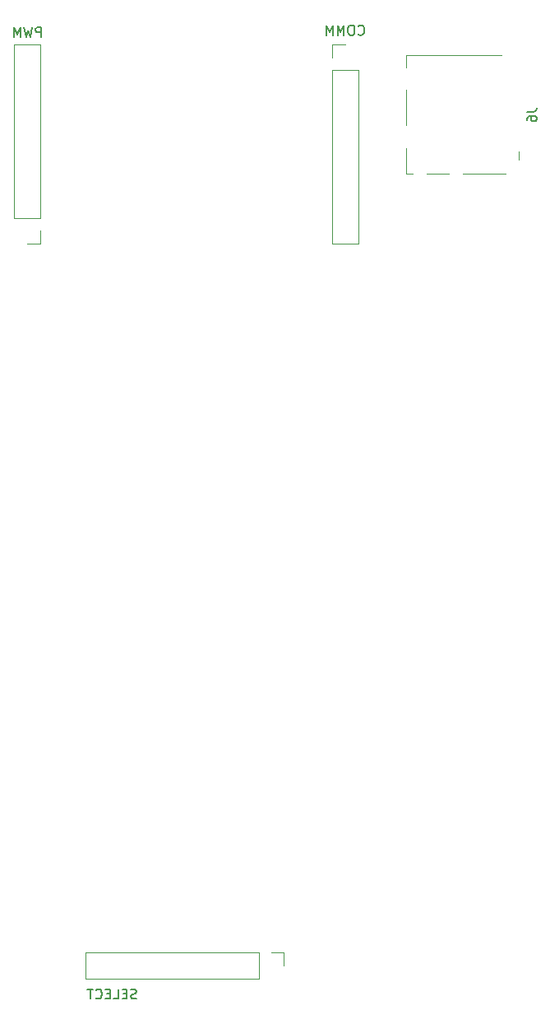
<source format=gbr>
%TF.GenerationSoftware,KiCad,Pcbnew,9.0.4-1.fc42*%
%TF.CreationDate,2025-09-21T19:32:59-04:00*%
%TF.ProjectId,TacosDevBoard,5461636f-7344-4657-9642-6f6172642e6b,1.0*%
%TF.SameCoordinates,Original*%
%TF.FileFunction,Legend,Bot*%
%TF.FilePolarity,Positive*%
%FSLAX46Y46*%
G04 Gerber Fmt 4.6, Leading zero omitted, Abs format (unit mm)*
G04 Created by KiCad (PCBNEW 9.0.4-1.fc42) date 2025-09-21 19:32:59*
%MOMM*%
%LPD*%
G01*
G04 APERTURE LIST*
%ADD10C,0.150000*%
%ADD11C,0.120000*%
G04 APERTURE END LIST*
D10*
X171634819Y-43666666D02*
X172349104Y-43666666D01*
X172349104Y-43666666D02*
X172491961Y-43619047D01*
X172491961Y-43619047D02*
X172587200Y-43523809D01*
X172587200Y-43523809D02*
X172634819Y-43380952D01*
X172634819Y-43380952D02*
X172634819Y-43285714D01*
X171634819Y-44571428D02*
X171634819Y-44380952D01*
X171634819Y-44380952D02*
X171682438Y-44285714D01*
X171682438Y-44285714D02*
X171730057Y-44238095D01*
X171730057Y-44238095D02*
X171872914Y-44142857D01*
X171872914Y-44142857D02*
X172063390Y-44095238D01*
X172063390Y-44095238D02*
X172444342Y-44095238D01*
X172444342Y-44095238D02*
X172539580Y-44142857D01*
X172539580Y-44142857D02*
X172587200Y-44190476D01*
X172587200Y-44190476D02*
X172634819Y-44285714D01*
X172634819Y-44285714D02*
X172634819Y-44476190D01*
X172634819Y-44476190D02*
X172587200Y-44571428D01*
X172587200Y-44571428D02*
X172539580Y-44619047D01*
X172539580Y-44619047D02*
X172444342Y-44666666D01*
X172444342Y-44666666D02*
X172206247Y-44666666D01*
X172206247Y-44666666D02*
X172111009Y-44619047D01*
X172111009Y-44619047D02*
X172063390Y-44571428D01*
X172063390Y-44571428D02*
X172015771Y-44476190D01*
X172015771Y-44476190D02*
X172015771Y-44285714D01*
X172015771Y-44285714D02*
X172063390Y-44190476D01*
X172063390Y-44190476D02*
X172111009Y-44142857D01*
X172111009Y-44142857D02*
X172206247Y-44095238D01*
X121597561Y-35989419D02*
X121597561Y-34989419D01*
X121597561Y-34989419D02*
X121216609Y-34989419D01*
X121216609Y-34989419D02*
X121121371Y-35037038D01*
X121121371Y-35037038D02*
X121073752Y-35084657D01*
X121073752Y-35084657D02*
X121026133Y-35179895D01*
X121026133Y-35179895D02*
X121026133Y-35322752D01*
X121026133Y-35322752D02*
X121073752Y-35417990D01*
X121073752Y-35417990D02*
X121121371Y-35465609D01*
X121121371Y-35465609D02*
X121216609Y-35513228D01*
X121216609Y-35513228D02*
X121597561Y-35513228D01*
X120692799Y-34989419D02*
X120454704Y-35989419D01*
X120454704Y-35989419D02*
X120264228Y-35275133D01*
X120264228Y-35275133D02*
X120073752Y-35989419D01*
X120073752Y-35989419D02*
X119835657Y-34989419D01*
X119454704Y-35989419D02*
X119454704Y-34989419D01*
X119454704Y-34989419D02*
X119121371Y-35703704D01*
X119121371Y-35703704D02*
X118788038Y-34989419D01*
X118788038Y-34989419D02*
X118788038Y-35989419D01*
X154265142Y-35689580D02*
X154312761Y-35737200D01*
X154312761Y-35737200D02*
X154455618Y-35784819D01*
X154455618Y-35784819D02*
X154550856Y-35784819D01*
X154550856Y-35784819D02*
X154693713Y-35737200D01*
X154693713Y-35737200D02*
X154788951Y-35641961D01*
X154788951Y-35641961D02*
X154836570Y-35546723D01*
X154836570Y-35546723D02*
X154884189Y-35356247D01*
X154884189Y-35356247D02*
X154884189Y-35213390D01*
X154884189Y-35213390D02*
X154836570Y-35022914D01*
X154836570Y-35022914D02*
X154788951Y-34927676D01*
X154788951Y-34927676D02*
X154693713Y-34832438D01*
X154693713Y-34832438D02*
X154550856Y-34784819D01*
X154550856Y-34784819D02*
X154455618Y-34784819D01*
X154455618Y-34784819D02*
X154312761Y-34832438D01*
X154312761Y-34832438D02*
X154265142Y-34880057D01*
X153646094Y-34784819D02*
X153455618Y-34784819D01*
X153455618Y-34784819D02*
X153360380Y-34832438D01*
X153360380Y-34832438D02*
X153265142Y-34927676D01*
X153265142Y-34927676D02*
X153217523Y-35118152D01*
X153217523Y-35118152D02*
X153217523Y-35451485D01*
X153217523Y-35451485D02*
X153265142Y-35641961D01*
X153265142Y-35641961D02*
X153360380Y-35737200D01*
X153360380Y-35737200D02*
X153455618Y-35784819D01*
X153455618Y-35784819D02*
X153646094Y-35784819D01*
X153646094Y-35784819D02*
X153741332Y-35737200D01*
X153741332Y-35737200D02*
X153836570Y-35641961D01*
X153836570Y-35641961D02*
X153884189Y-35451485D01*
X153884189Y-35451485D02*
X153884189Y-35118152D01*
X153884189Y-35118152D02*
X153836570Y-34927676D01*
X153836570Y-34927676D02*
X153741332Y-34832438D01*
X153741332Y-34832438D02*
X153646094Y-34784819D01*
X152788951Y-35784819D02*
X152788951Y-34784819D01*
X152788951Y-34784819D02*
X152455618Y-35499104D01*
X152455618Y-35499104D02*
X152122285Y-34784819D01*
X152122285Y-34784819D02*
X152122285Y-35784819D01*
X151646094Y-35784819D02*
X151646094Y-34784819D01*
X151646094Y-34784819D02*
X151312761Y-35499104D01*
X151312761Y-35499104D02*
X150979428Y-34784819D01*
X150979428Y-34784819D02*
X150979428Y-35784819D01*
X131418790Y-134879000D02*
X131275933Y-134926619D01*
X131275933Y-134926619D02*
X131037838Y-134926619D01*
X131037838Y-134926619D02*
X130942600Y-134879000D01*
X130942600Y-134879000D02*
X130894981Y-134831380D01*
X130894981Y-134831380D02*
X130847362Y-134736142D01*
X130847362Y-134736142D02*
X130847362Y-134640904D01*
X130847362Y-134640904D02*
X130894981Y-134545666D01*
X130894981Y-134545666D02*
X130942600Y-134498047D01*
X130942600Y-134498047D02*
X131037838Y-134450428D01*
X131037838Y-134450428D02*
X131228314Y-134402809D01*
X131228314Y-134402809D02*
X131323552Y-134355190D01*
X131323552Y-134355190D02*
X131371171Y-134307571D01*
X131371171Y-134307571D02*
X131418790Y-134212333D01*
X131418790Y-134212333D02*
X131418790Y-134117095D01*
X131418790Y-134117095D02*
X131371171Y-134021857D01*
X131371171Y-134021857D02*
X131323552Y-133974238D01*
X131323552Y-133974238D02*
X131228314Y-133926619D01*
X131228314Y-133926619D02*
X130990219Y-133926619D01*
X130990219Y-133926619D02*
X130847362Y-133974238D01*
X130418790Y-134402809D02*
X130085457Y-134402809D01*
X129942600Y-134926619D02*
X130418790Y-134926619D01*
X130418790Y-134926619D02*
X130418790Y-133926619D01*
X130418790Y-133926619D02*
X129942600Y-133926619D01*
X129037838Y-134926619D02*
X129514028Y-134926619D01*
X129514028Y-134926619D02*
X129514028Y-133926619D01*
X128704504Y-134402809D02*
X128371171Y-134402809D01*
X128228314Y-134926619D02*
X128704504Y-134926619D01*
X128704504Y-134926619D02*
X128704504Y-133926619D01*
X128704504Y-133926619D02*
X128228314Y-133926619D01*
X127228314Y-134831380D02*
X127275933Y-134879000D01*
X127275933Y-134879000D02*
X127418790Y-134926619D01*
X127418790Y-134926619D02*
X127514028Y-134926619D01*
X127514028Y-134926619D02*
X127656885Y-134879000D01*
X127656885Y-134879000D02*
X127752123Y-134783761D01*
X127752123Y-134783761D02*
X127799742Y-134688523D01*
X127799742Y-134688523D02*
X127847361Y-134498047D01*
X127847361Y-134498047D02*
X127847361Y-134355190D01*
X127847361Y-134355190D02*
X127799742Y-134164714D01*
X127799742Y-134164714D02*
X127752123Y-134069476D01*
X127752123Y-134069476D02*
X127656885Y-133974238D01*
X127656885Y-133974238D02*
X127514028Y-133926619D01*
X127514028Y-133926619D02*
X127418790Y-133926619D01*
X127418790Y-133926619D02*
X127275933Y-133974238D01*
X127275933Y-133974238D02*
X127228314Y-134021857D01*
X126942599Y-133926619D02*
X126371171Y-133926619D01*
X126656885Y-134926619D02*
X126656885Y-133926619D01*
D11*
%TO.C,J6*%
X159180000Y-37890000D02*
X169000000Y-37890000D01*
X159180000Y-39120000D02*
X159180000Y-37890000D01*
X159180000Y-45090000D02*
X159180000Y-41420000D01*
X159180000Y-50070000D02*
X159180000Y-47390000D01*
X159900000Y-50070000D02*
X159180000Y-50070000D01*
X163600000Y-50070000D02*
X161300000Y-50070000D01*
X169450000Y-50070000D02*
X165000000Y-50070000D01*
X170820000Y-48590000D02*
X170820000Y-47730000D01*
%TO.C,PWM*%
X118812000Y-36770000D02*
X121472000Y-36770000D01*
X118812000Y-54610000D02*
X118812000Y-36770000D01*
X118812000Y-54610000D02*
X121472000Y-54610000D01*
X120142000Y-57210000D02*
X121472000Y-57210000D01*
X121472000Y-54610000D02*
X121472000Y-36770000D01*
X121472000Y-57210000D02*
X121472000Y-55880000D01*
%TO.C,COMM*%
X151578000Y-36770000D02*
X151578000Y-38100000D01*
X151578000Y-39370000D02*
X151578000Y-57210000D01*
X152908000Y-36770000D02*
X151578000Y-36770000D01*
X154238000Y-39370000D02*
X151578000Y-39370000D01*
X154238000Y-39370000D02*
X154238000Y-57210000D01*
X154238000Y-57210000D02*
X151578000Y-57210000D01*
%TO.C,SELECT*%
X126152600Y-132825800D02*
X126152600Y-130165800D01*
X143992600Y-130165800D02*
X126152600Y-130165800D01*
X143992600Y-132825800D02*
X126152600Y-132825800D01*
X143992600Y-132825800D02*
X143992600Y-130165800D01*
X146592600Y-130165800D02*
X145262600Y-130165800D01*
X146592600Y-131495800D02*
X146592600Y-130165800D01*
%TD*%
M02*

</source>
